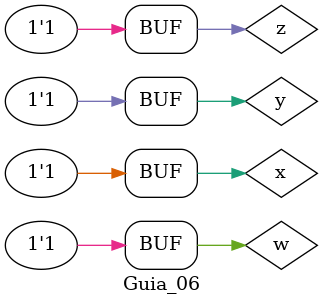
<source format=v>
/*
    Guia_06.v
    874770 - Daniel Alves Gonçalves
*/

module f3a (output s,
            input x,
            input y,
            input w,
            input z);
   assign s = (~x & w & ~z) | (~y & w & ~z) | (x & ~w & ~z) | (~x & ~y & ~w & z);
endmodule

module f3b (output s,
            input x,
            input y,
            input w,
            input z);
   assign s = (~x & ~y & ~w) | (~x & w & z) | (y & w & z) | (x & ~w & ~z);
endmodule

module f3c (output s,
            input x,
            input y,
            input w,
            input z);
   assign s = (~x & ~y & ~w) | (y & w & z) | (x & w & z) | (x & w & ~z) | (~x & ~y & w & ~z);
endmodule

module f3d (output s,
            input x,
            input y,
            input w,
            input z);
   assign s = (~x & y & ~w) | (y & ~w & z) | (~x & w & ~z) | (x & w & ~z);
endmodule

module f3e (output s,
            input x,
            input y,
            input w,
            input z);
   assign s = (~x & ~y & ~w) | (~x & ~y & z) | (y & ~w & z) | (x & ~y & ~w) | (x & ~y & z);
endmodule
/*__________________________________________________*/

module f4a (output S,
            input X,
            input Y,
            input W,
            input Z);
   assign S = (X | ~Y | ~Z) + (~Y | W | ~Z) + (X | Y | ~W | Z);
endmodule

module f4b (output S,
            input X,
            input Y,
            input W,
            input Z);
   assign S = (~Y | ~W | Z) + (~X | Y | ~Z) + (X | ~Y | W | Z);
endmodule

module f4c (output S,
            input X,
            input Y,
            input W,
            input Z);
   assign S = (~Y | W | Z) + (~X | Y | Z) + (X | ~Y | ~W | ~Z);
endmodule

module f4d (output S,
            input X,
            input Y,
            input W,
            input Z);
   assign S = (X | W | ~Z) + (~Y | W | ~Z) + (~Y | ~W | ~Z);
endmodule

module f4e (output S,
            input X,
            input Y,
            input W,
            input Z);
   assign S = (X | Y | ~W) + (X | ~Y | ~W)+ (Y | ~W | ~Z) + (~Y | ~W | Z) + (~X | ~Y | W | ~Z);
endmodule
/*__________________________________________________*/


module Guia_06;
    reg x, y, w, z;
    wire s_3a, s_3b, s_3c, s_3d, s_3e, 
         s_4a, s_4b, s_4c, s_4d, s_4e; // Saidas

    // Instanciar os modulos
    f3a s0 (s_3a, x, y, w, z);
    f3b s1 (s_3b, x, y, w, z); 
    f3c s2 (s_3c, x, y, w, z);
    f3d s3 (s_3d, x, y, w, z);
    f3e s4 (s_3e, x, y, w, z);
    f4a s5 (s_4a, x, y, w, z);
    f4b s6 (s_4b, x, y, w, z);
    f4c s7 (s_4c, x, y, w, z);
    f4d s8 (s_4d, x, y, w, z);
    f4e s9 (s_4e, x, y, w, z);

    initial 
    begin: main
        $display("Guia_0602 - Daniel Alves Goncalves - 874770");
        $display("\n         |     MINTERMOS      |      MAXTERMOS    ");
        $display("\n x y w z | 3a, 3b, 3c, 3d, 3e | 4a, 4b, 4c, 4d, 4e");
        $display("___________________________________________________");
        $monitor(" %b %b %b %b | %b   %b   %b   %b   %b  | %b   %b   %b   %b   %b\n", x, y, w, z, s_3a, s_3b, s_3c, s_3d, s_3e, s_4a, s_4b, s_4c, s_4d, s_4e);

        // Testar as combinações de entradas
        x = 0; y = 0; w = 0; z = 0; #1;
        x = 0; y = 0; w = 0; z = 1; #1;
        x = 0; y = 0; w = 1; z = 0; #1;
        x = 0; y = 0; w = 1; z = 1; #1;
        x = 0; y = 1; w = 0; z = 0; #1;
        x = 0; y = 1; w = 0; z = 1; #1;
        x = 0; y = 1; w = 1; z = 0; #1;
        x = 0; y = 1; w = 1; z = 1; #1;
        x = 1; y = 0; w = 0; z = 0; #1;
        x = 1; y = 0; w = 0; z = 1; #1;
        x = 1; y = 0; w = 1; z = 0; #1;
        x = 1; y = 0; w = 1; z = 1; #1;
        x = 1; y = 1; w = 0; z = 0; #1;
        x = 1; y = 1; w = 0; z = 1; #1;
        x = 1; y = 1; w = 1; z = 0; #1;
        x = 1; y = 1; w = 1; z = 1; #1;
    end
endmodule

</source>
